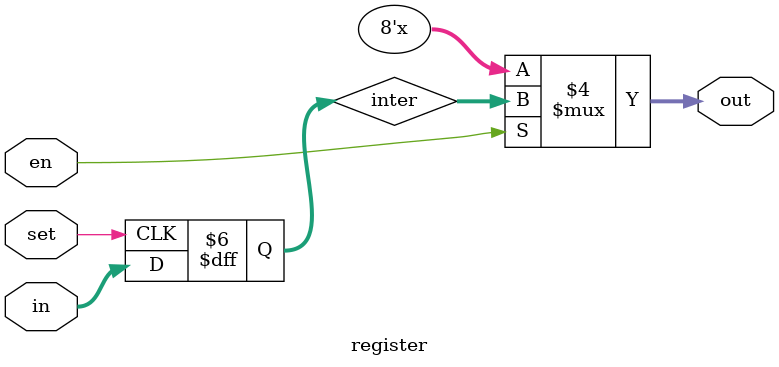
<source format=sv>
`timescale 1ns / 1ps


module register #(
        parameter BITS = 8
    )(
        input logic [BITS-1:0] in,
        input logic set,
        input logic en,
        output logic [BITS-1:0] out
    );
    
    logic [BITS-1:0] inter;
    
    always_ff @(posedge set) begin
        inter <= in;
    end
        
    always_comb begin
        if (en) begin
            out = inter;
        end else begin
            out = 'z;
        end
    end 
       
endmodule

</source>
